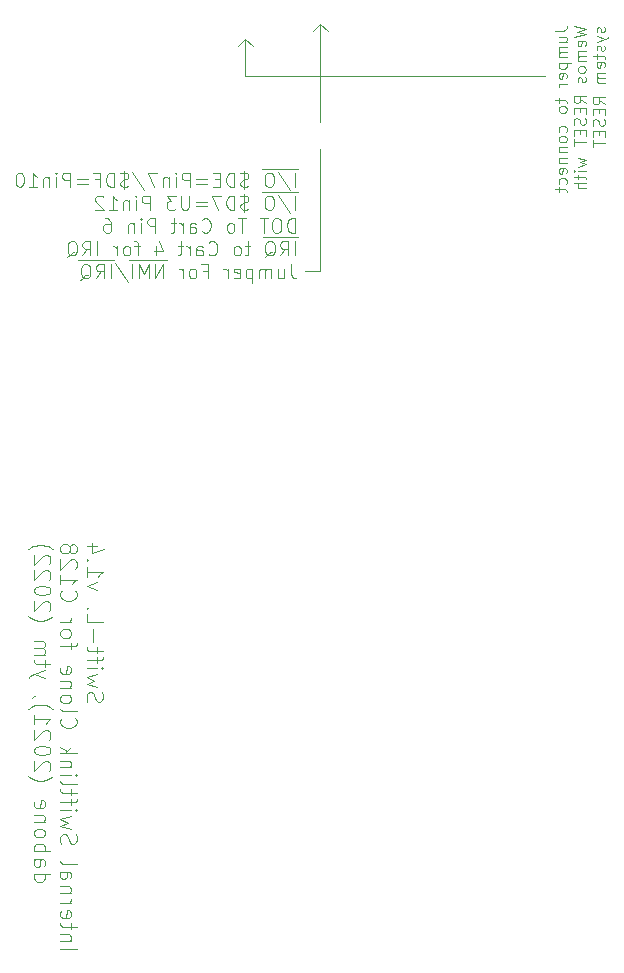
<source format=gbo>
G04 #@! TF.GenerationSoftware,KiCad,Pcbnew,(6.0.5)*
G04 #@! TF.CreationDate,2022-12-14T22:29:40+01:00*
G04 #@! TF.ProjectId,Link232-wifi,4c696e6b-3233-4322-9d77-6966692e6b69,rev?*
G04 #@! TF.SameCoordinates,Original*
G04 #@! TF.FileFunction,Legend,Bot*
G04 #@! TF.FilePolarity,Positive*
%FSLAX46Y46*%
G04 Gerber Fmt 4.6, Leading zero omitted, Abs format (unit mm)*
G04 Created by KiCad (PCBNEW (6.0.5)) date 2022-12-14 22:29:40*
%MOMM*%
%LPD*%
G01*
G04 APERTURE LIST*
G04 Aperture macros list*
%AMFreePoly0*
4,1,25,0.389919,0.742596,0.402042,0.732242,0.732242,0.402042,0.760749,0.346094,0.762000,0.330200,0.762000,-0.330200,0.742596,-0.389919,0.732242,-0.402042,0.402042,-0.732242,0.346094,-0.760749,0.330200,-0.762000,-0.330200,-0.762000,-0.389919,-0.742596,-0.402042,-0.732242,-0.732242,-0.402042,-0.760749,-0.346094,-0.762000,-0.330200,-0.762000,0.330200,-0.742596,0.389919,-0.732242,0.402042,
-0.402042,0.732242,-0.346094,0.760749,-0.330200,0.762000,0.330200,0.762000,0.389919,0.742596,0.389919,0.742596,$1*%
G04 Aperture macros list end*
%ADD10C,0.120000*%
%ADD11R,2.400000X1.600000*%
%ADD12O,2.400000X1.600000*%
%ADD13R,1.700000X1.700000*%
%ADD14O,1.700000X1.700000*%
%ADD15R,1.600000X2.400000*%
%ADD16O,1.600000X2.400000*%
%ADD17C,1.711200*%
%ADD18FreePoly0,90.000000*%
%ADD19C,1.500000*%
%ADD20C,1.600000*%
%ADD21O,1.600000X1.600000*%
%ADD22FreePoly0,270.000000*%
G04 APERTURE END LIST*
D10*
X149860000Y-67945000D02*
X149225000Y-67310000D01*
X148590000Y-67945000D02*
X149225000Y-67310000D01*
X149225000Y-67310000D02*
X148590000Y-67945000D01*
X143510000Y-69215000D02*
X142875000Y-68580000D01*
X142240000Y-69215000D02*
X142875000Y-68580000D01*
X142875000Y-68580000D02*
X142240000Y-69215000D01*
X149225000Y-88265000D02*
X149225000Y-67310000D01*
X147955000Y-88265000D02*
X149225000Y-88265000D01*
X142875000Y-71755000D02*
X142875000Y-68580000D01*
X168275000Y-71755000D02*
X142875000Y-71755000D01*
X169087380Y-67911809D02*
X169801666Y-67911809D01*
X169944523Y-67864190D01*
X170039761Y-67768952D01*
X170087380Y-67626095D01*
X170087380Y-67530857D01*
X169420714Y-68816571D02*
X170087380Y-68816571D01*
X169420714Y-68388000D02*
X169944523Y-68388000D01*
X170039761Y-68435619D01*
X170087380Y-68530857D01*
X170087380Y-68673714D01*
X170039761Y-68768952D01*
X169992142Y-68816571D01*
X170087380Y-69292761D02*
X169420714Y-69292761D01*
X169515952Y-69292761D02*
X169468333Y-69340380D01*
X169420714Y-69435619D01*
X169420714Y-69578476D01*
X169468333Y-69673714D01*
X169563571Y-69721333D01*
X170087380Y-69721333D01*
X169563571Y-69721333D02*
X169468333Y-69768952D01*
X169420714Y-69864190D01*
X169420714Y-70007047D01*
X169468333Y-70102285D01*
X169563571Y-70149904D01*
X170087380Y-70149904D01*
X169420714Y-70626095D02*
X170420714Y-70626095D01*
X169468333Y-70626095D02*
X169420714Y-70721333D01*
X169420714Y-70911809D01*
X169468333Y-71007047D01*
X169515952Y-71054666D01*
X169611190Y-71102285D01*
X169896904Y-71102285D01*
X169992142Y-71054666D01*
X170039761Y-71007047D01*
X170087380Y-70911809D01*
X170087380Y-70721333D01*
X170039761Y-70626095D01*
X170039761Y-71911809D02*
X170087380Y-71816571D01*
X170087380Y-71626095D01*
X170039761Y-71530857D01*
X169944523Y-71483238D01*
X169563571Y-71483238D01*
X169468333Y-71530857D01*
X169420714Y-71626095D01*
X169420714Y-71816571D01*
X169468333Y-71911809D01*
X169563571Y-71959428D01*
X169658809Y-71959428D01*
X169754047Y-71483238D01*
X170087380Y-72388000D02*
X169420714Y-72388000D01*
X169611190Y-72388000D02*
X169515952Y-72435619D01*
X169468333Y-72483238D01*
X169420714Y-72578476D01*
X169420714Y-72673714D01*
X169420714Y-73626095D02*
X169420714Y-74007047D01*
X169087380Y-73768952D02*
X169944523Y-73768952D01*
X170039761Y-73816571D01*
X170087380Y-73911809D01*
X170087380Y-74007047D01*
X170087380Y-74483238D02*
X170039761Y-74388000D01*
X169992142Y-74340380D01*
X169896904Y-74292761D01*
X169611190Y-74292761D01*
X169515952Y-74340380D01*
X169468333Y-74388000D01*
X169420714Y-74483238D01*
X169420714Y-74626095D01*
X169468333Y-74721333D01*
X169515952Y-74768952D01*
X169611190Y-74816571D01*
X169896904Y-74816571D01*
X169992142Y-74768952D01*
X170039761Y-74721333D01*
X170087380Y-74626095D01*
X170087380Y-74483238D01*
X170039761Y-76435619D02*
X170087380Y-76340380D01*
X170087380Y-76149904D01*
X170039761Y-76054666D01*
X169992142Y-76007047D01*
X169896904Y-75959428D01*
X169611190Y-75959428D01*
X169515952Y-76007047D01*
X169468333Y-76054666D01*
X169420714Y-76149904D01*
X169420714Y-76340380D01*
X169468333Y-76435619D01*
X170087380Y-77007047D02*
X170039761Y-76911809D01*
X169992142Y-76864190D01*
X169896904Y-76816571D01*
X169611190Y-76816571D01*
X169515952Y-76864190D01*
X169468333Y-76911809D01*
X169420714Y-77007047D01*
X169420714Y-77149904D01*
X169468333Y-77245142D01*
X169515952Y-77292761D01*
X169611190Y-77340380D01*
X169896904Y-77340380D01*
X169992142Y-77292761D01*
X170039761Y-77245142D01*
X170087380Y-77149904D01*
X170087380Y-77007047D01*
X169420714Y-77768952D02*
X170087380Y-77768952D01*
X169515952Y-77768952D02*
X169468333Y-77816571D01*
X169420714Y-77911809D01*
X169420714Y-78054666D01*
X169468333Y-78149904D01*
X169563571Y-78197523D01*
X170087380Y-78197523D01*
X169420714Y-78673714D02*
X170087380Y-78673714D01*
X169515952Y-78673714D02*
X169468333Y-78721333D01*
X169420714Y-78816571D01*
X169420714Y-78959428D01*
X169468333Y-79054666D01*
X169563571Y-79102285D01*
X170087380Y-79102285D01*
X170039761Y-79959428D02*
X170087380Y-79864190D01*
X170087380Y-79673714D01*
X170039761Y-79578476D01*
X169944523Y-79530857D01*
X169563571Y-79530857D01*
X169468333Y-79578476D01*
X169420714Y-79673714D01*
X169420714Y-79864190D01*
X169468333Y-79959428D01*
X169563571Y-80007047D01*
X169658809Y-80007047D01*
X169754047Y-79530857D01*
X170039761Y-80864190D02*
X170087380Y-80768952D01*
X170087380Y-80578476D01*
X170039761Y-80483238D01*
X169992142Y-80435619D01*
X169896904Y-80388000D01*
X169611190Y-80388000D01*
X169515952Y-80435619D01*
X169468333Y-80483238D01*
X169420714Y-80578476D01*
X169420714Y-80768952D01*
X169468333Y-80864190D01*
X169420714Y-81149904D02*
X169420714Y-81530857D01*
X169087380Y-81292761D02*
X169944523Y-81292761D01*
X170039761Y-81340380D01*
X170087380Y-81435619D01*
X170087380Y-81530857D01*
X170697380Y-67530857D02*
X171697380Y-67768952D01*
X170983095Y-67959428D01*
X171697380Y-68149904D01*
X170697380Y-68388000D01*
X171649761Y-69149904D02*
X171697380Y-69054666D01*
X171697380Y-68864190D01*
X171649761Y-68768952D01*
X171554523Y-68721333D01*
X171173571Y-68721333D01*
X171078333Y-68768952D01*
X171030714Y-68864190D01*
X171030714Y-69054666D01*
X171078333Y-69149904D01*
X171173571Y-69197523D01*
X171268809Y-69197523D01*
X171364047Y-68721333D01*
X171697380Y-69626095D02*
X171030714Y-69626095D01*
X171125952Y-69626095D02*
X171078333Y-69673714D01*
X171030714Y-69768952D01*
X171030714Y-69911809D01*
X171078333Y-70007047D01*
X171173571Y-70054666D01*
X171697380Y-70054666D01*
X171173571Y-70054666D02*
X171078333Y-70102285D01*
X171030714Y-70197523D01*
X171030714Y-70340380D01*
X171078333Y-70435619D01*
X171173571Y-70483238D01*
X171697380Y-70483238D01*
X171697380Y-71102285D02*
X171649761Y-71007047D01*
X171602142Y-70959428D01*
X171506904Y-70911809D01*
X171221190Y-70911809D01*
X171125952Y-70959428D01*
X171078333Y-71007047D01*
X171030714Y-71102285D01*
X171030714Y-71245142D01*
X171078333Y-71340380D01*
X171125952Y-71388000D01*
X171221190Y-71435619D01*
X171506904Y-71435619D01*
X171602142Y-71388000D01*
X171649761Y-71340380D01*
X171697380Y-71245142D01*
X171697380Y-71102285D01*
X171649761Y-71816571D02*
X171697380Y-71911809D01*
X171697380Y-72102285D01*
X171649761Y-72197523D01*
X171554523Y-72245142D01*
X171506904Y-72245142D01*
X171411666Y-72197523D01*
X171364047Y-72102285D01*
X171364047Y-71959428D01*
X171316428Y-71864190D01*
X171221190Y-71816571D01*
X171173571Y-71816571D01*
X171078333Y-71864190D01*
X171030714Y-71959428D01*
X171030714Y-72102285D01*
X171078333Y-72197523D01*
X171697380Y-74007047D02*
X171221190Y-73673714D01*
X171697380Y-73435619D02*
X170697380Y-73435619D01*
X170697380Y-73816571D01*
X170745000Y-73911809D01*
X170792619Y-73959428D01*
X170887857Y-74007047D01*
X171030714Y-74007047D01*
X171125952Y-73959428D01*
X171173571Y-73911809D01*
X171221190Y-73816571D01*
X171221190Y-73435619D01*
X171173571Y-74435619D02*
X171173571Y-74768952D01*
X171697380Y-74911809D02*
X171697380Y-74435619D01*
X170697380Y-74435619D01*
X170697380Y-74911809D01*
X171649761Y-75292761D02*
X171697380Y-75435619D01*
X171697380Y-75673714D01*
X171649761Y-75768952D01*
X171602142Y-75816571D01*
X171506904Y-75864190D01*
X171411666Y-75864190D01*
X171316428Y-75816571D01*
X171268809Y-75768952D01*
X171221190Y-75673714D01*
X171173571Y-75483238D01*
X171125952Y-75388000D01*
X171078333Y-75340380D01*
X170983095Y-75292761D01*
X170887857Y-75292761D01*
X170792619Y-75340380D01*
X170745000Y-75388000D01*
X170697380Y-75483238D01*
X170697380Y-75721333D01*
X170745000Y-75864190D01*
X171173571Y-76292761D02*
X171173571Y-76626095D01*
X171697380Y-76768952D02*
X171697380Y-76292761D01*
X170697380Y-76292761D01*
X170697380Y-76768952D01*
X170697380Y-77054666D02*
X170697380Y-77626095D01*
X171697380Y-77340380D02*
X170697380Y-77340380D01*
X171030714Y-78626095D02*
X171697380Y-78816571D01*
X171221190Y-79007047D01*
X171697380Y-79197523D01*
X171030714Y-79388000D01*
X171697380Y-79768952D02*
X171030714Y-79768952D01*
X170697380Y-79768952D02*
X170745000Y-79721333D01*
X170792619Y-79768952D01*
X170745000Y-79816571D01*
X170697380Y-79768952D01*
X170792619Y-79768952D01*
X171030714Y-80102285D02*
X171030714Y-80483238D01*
X170697380Y-80245142D02*
X171554523Y-80245142D01*
X171649761Y-80292761D01*
X171697380Y-80388000D01*
X171697380Y-80483238D01*
X171697380Y-80816571D02*
X170697380Y-80816571D01*
X171697380Y-81245142D02*
X171173571Y-81245142D01*
X171078333Y-81197523D01*
X171030714Y-81102285D01*
X171030714Y-80959428D01*
X171078333Y-80864190D01*
X171125952Y-80816571D01*
X173259761Y-67578476D02*
X173307380Y-67673714D01*
X173307380Y-67864190D01*
X173259761Y-67959428D01*
X173164523Y-68007047D01*
X173116904Y-68007047D01*
X173021666Y-67959428D01*
X172974047Y-67864190D01*
X172974047Y-67721333D01*
X172926428Y-67626095D01*
X172831190Y-67578476D01*
X172783571Y-67578476D01*
X172688333Y-67626095D01*
X172640714Y-67721333D01*
X172640714Y-67864190D01*
X172688333Y-67959428D01*
X172640714Y-68340380D02*
X173307380Y-68578476D01*
X172640714Y-68816571D02*
X173307380Y-68578476D01*
X173545476Y-68483238D01*
X173593095Y-68435619D01*
X173640714Y-68340380D01*
X173259761Y-69149904D02*
X173307380Y-69245142D01*
X173307380Y-69435619D01*
X173259761Y-69530857D01*
X173164523Y-69578476D01*
X173116904Y-69578476D01*
X173021666Y-69530857D01*
X172974047Y-69435619D01*
X172974047Y-69292761D01*
X172926428Y-69197523D01*
X172831190Y-69149904D01*
X172783571Y-69149904D01*
X172688333Y-69197523D01*
X172640714Y-69292761D01*
X172640714Y-69435619D01*
X172688333Y-69530857D01*
X172640714Y-69864190D02*
X172640714Y-70245142D01*
X172307380Y-70007047D02*
X173164523Y-70007047D01*
X173259761Y-70054666D01*
X173307380Y-70149904D01*
X173307380Y-70245142D01*
X173259761Y-70959428D02*
X173307380Y-70864190D01*
X173307380Y-70673714D01*
X173259761Y-70578476D01*
X173164523Y-70530857D01*
X172783571Y-70530857D01*
X172688333Y-70578476D01*
X172640714Y-70673714D01*
X172640714Y-70864190D01*
X172688333Y-70959428D01*
X172783571Y-71007047D01*
X172878809Y-71007047D01*
X172974047Y-70530857D01*
X173307380Y-71435619D02*
X172640714Y-71435619D01*
X172735952Y-71435619D02*
X172688333Y-71483238D01*
X172640714Y-71578476D01*
X172640714Y-71721333D01*
X172688333Y-71816571D01*
X172783571Y-71864190D01*
X173307380Y-71864190D01*
X172783571Y-71864190D02*
X172688333Y-71911809D01*
X172640714Y-72007047D01*
X172640714Y-72149904D01*
X172688333Y-72245142D01*
X172783571Y-72292761D01*
X173307380Y-72292761D01*
X173307380Y-74102285D02*
X172831190Y-73768952D01*
X173307380Y-73530857D02*
X172307380Y-73530857D01*
X172307380Y-73911809D01*
X172355000Y-74007047D01*
X172402619Y-74054666D01*
X172497857Y-74102285D01*
X172640714Y-74102285D01*
X172735952Y-74054666D01*
X172783571Y-74007047D01*
X172831190Y-73911809D01*
X172831190Y-73530857D01*
X172783571Y-74530857D02*
X172783571Y-74864190D01*
X173307380Y-75007047D02*
X173307380Y-74530857D01*
X172307380Y-74530857D01*
X172307380Y-75007047D01*
X173259761Y-75388000D02*
X173307380Y-75530857D01*
X173307380Y-75768952D01*
X173259761Y-75864190D01*
X173212142Y-75911809D01*
X173116904Y-75959428D01*
X173021666Y-75959428D01*
X172926428Y-75911809D01*
X172878809Y-75864190D01*
X172831190Y-75768952D01*
X172783571Y-75578476D01*
X172735952Y-75483238D01*
X172688333Y-75435619D01*
X172593095Y-75388000D01*
X172497857Y-75388000D01*
X172402619Y-75435619D01*
X172355000Y-75483238D01*
X172307380Y-75578476D01*
X172307380Y-75816571D01*
X172355000Y-75959428D01*
X172783571Y-76388000D02*
X172783571Y-76721333D01*
X173307380Y-76864190D02*
X173307380Y-76388000D01*
X172307380Y-76388000D01*
X172307380Y-76864190D01*
X172307380Y-77149904D02*
X172307380Y-77721333D01*
X173307380Y-77435619D02*
X172307380Y-77435619D01*
X147369000Y-79576000D02*
X146797571Y-79576000D01*
X147083285Y-81114857D02*
X147083285Y-79914857D01*
X146797571Y-79576000D02*
X145540428Y-79576000D01*
X145654714Y-79857714D02*
X146683285Y-81400571D01*
X145540428Y-79576000D02*
X144283285Y-79576000D01*
X145026142Y-79914857D02*
X144797571Y-79914857D01*
X144683285Y-79972000D01*
X144569000Y-80086285D01*
X144511857Y-80314857D01*
X144511857Y-80714857D01*
X144569000Y-80943428D01*
X144683285Y-81057714D01*
X144797571Y-81114857D01*
X145026142Y-81114857D01*
X145140428Y-81057714D01*
X145254714Y-80943428D01*
X145311857Y-80714857D01*
X145311857Y-80314857D01*
X145254714Y-80086285D01*
X145140428Y-79972000D01*
X145026142Y-79914857D01*
X143140428Y-81057714D02*
X142969000Y-81114857D01*
X142683285Y-81114857D01*
X142569000Y-81057714D01*
X142511857Y-81000571D01*
X142454714Y-80886285D01*
X142454714Y-80772000D01*
X142511857Y-80657714D01*
X142569000Y-80600571D01*
X142683285Y-80543428D01*
X142911857Y-80486285D01*
X143026142Y-80429142D01*
X143083285Y-80372000D01*
X143140428Y-80257714D01*
X143140428Y-80143428D01*
X143083285Y-80029142D01*
X143026142Y-79972000D01*
X142911857Y-79914857D01*
X142626142Y-79914857D01*
X142454714Y-79972000D01*
X142797571Y-79743428D02*
X142797571Y-81286285D01*
X141940428Y-81114857D02*
X141940428Y-79914857D01*
X141654714Y-79914857D01*
X141483285Y-79972000D01*
X141369000Y-80086285D01*
X141311857Y-80200571D01*
X141254714Y-80429142D01*
X141254714Y-80600571D01*
X141311857Y-80829142D01*
X141369000Y-80943428D01*
X141483285Y-81057714D01*
X141654714Y-81114857D01*
X141940428Y-81114857D01*
X140740428Y-80486285D02*
X140340428Y-80486285D01*
X140169000Y-81114857D02*
X140740428Y-81114857D01*
X140740428Y-79914857D01*
X140169000Y-79914857D01*
X139654714Y-80486285D02*
X138740428Y-80486285D01*
X138740428Y-80829142D02*
X139654714Y-80829142D01*
X138169000Y-81114857D02*
X138169000Y-79914857D01*
X137711857Y-79914857D01*
X137597571Y-79972000D01*
X137540428Y-80029142D01*
X137483285Y-80143428D01*
X137483285Y-80314857D01*
X137540428Y-80429142D01*
X137597571Y-80486285D01*
X137711857Y-80543428D01*
X138169000Y-80543428D01*
X136969000Y-81114857D02*
X136969000Y-80314857D01*
X136969000Y-79914857D02*
X137026142Y-79972000D01*
X136969000Y-80029142D01*
X136911857Y-79972000D01*
X136969000Y-79914857D01*
X136969000Y-80029142D01*
X136397571Y-80314857D02*
X136397571Y-81114857D01*
X136397571Y-80429142D02*
X136340428Y-80372000D01*
X136226142Y-80314857D01*
X136054714Y-80314857D01*
X135940428Y-80372000D01*
X135883285Y-80486285D01*
X135883285Y-81114857D01*
X135426142Y-79914857D02*
X134626142Y-79914857D01*
X135140428Y-81114857D01*
X133311857Y-79857714D02*
X134340428Y-81400571D01*
X132969000Y-81057714D02*
X132797571Y-81114857D01*
X132511857Y-81114857D01*
X132397571Y-81057714D01*
X132340428Y-81000571D01*
X132283285Y-80886285D01*
X132283285Y-80772000D01*
X132340428Y-80657714D01*
X132397571Y-80600571D01*
X132511857Y-80543428D01*
X132740428Y-80486285D01*
X132854714Y-80429142D01*
X132911857Y-80372000D01*
X132969000Y-80257714D01*
X132969000Y-80143428D01*
X132911857Y-80029142D01*
X132854714Y-79972000D01*
X132740428Y-79914857D01*
X132454714Y-79914857D01*
X132283285Y-79972000D01*
X132626142Y-79743428D02*
X132626142Y-81286285D01*
X131769000Y-81114857D02*
X131769000Y-79914857D01*
X131483285Y-79914857D01*
X131311857Y-79972000D01*
X131197571Y-80086285D01*
X131140428Y-80200571D01*
X131083285Y-80429142D01*
X131083285Y-80600571D01*
X131140428Y-80829142D01*
X131197571Y-80943428D01*
X131311857Y-81057714D01*
X131483285Y-81114857D01*
X131769000Y-81114857D01*
X130169000Y-80486285D02*
X130569000Y-80486285D01*
X130569000Y-81114857D02*
X130569000Y-79914857D01*
X129997571Y-79914857D01*
X129540428Y-80486285D02*
X128626142Y-80486285D01*
X128626142Y-80829142D02*
X129540428Y-80829142D01*
X128054714Y-81114857D02*
X128054714Y-79914857D01*
X127597571Y-79914857D01*
X127483285Y-79972000D01*
X127426142Y-80029142D01*
X127369000Y-80143428D01*
X127369000Y-80314857D01*
X127426142Y-80429142D01*
X127483285Y-80486285D01*
X127597571Y-80543428D01*
X128054714Y-80543428D01*
X126854714Y-81114857D02*
X126854714Y-80314857D01*
X126854714Y-79914857D02*
X126911857Y-79972000D01*
X126854714Y-80029142D01*
X126797571Y-79972000D01*
X126854714Y-79914857D01*
X126854714Y-80029142D01*
X126283285Y-80314857D02*
X126283285Y-81114857D01*
X126283285Y-80429142D02*
X126226142Y-80372000D01*
X126111857Y-80314857D01*
X125940428Y-80314857D01*
X125826142Y-80372000D01*
X125769000Y-80486285D01*
X125769000Y-81114857D01*
X124569000Y-81114857D02*
X125254714Y-81114857D01*
X124911857Y-81114857D02*
X124911857Y-79914857D01*
X125026142Y-80086285D01*
X125140428Y-80200571D01*
X125254714Y-80257714D01*
X123826142Y-79914857D02*
X123711857Y-79914857D01*
X123597571Y-79972000D01*
X123540428Y-80029142D01*
X123483285Y-80143428D01*
X123426142Y-80372000D01*
X123426142Y-80657714D01*
X123483285Y-80886285D01*
X123540428Y-81000571D01*
X123597571Y-81057714D01*
X123711857Y-81114857D01*
X123826142Y-81114857D01*
X123940428Y-81057714D01*
X123997571Y-81000571D01*
X124054714Y-80886285D01*
X124111857Y-80657714D01*
X124111857Y-80372000D01*
X124054714Y-80143428D01*
X123997571Y-80029142D01*
X123940428Y-79972000D01*
X123826142Y-79914857D01*
X147369000Y-81508000D02*
X146797571Y-81508000D01*
X147083285Y-83046857D02*
X147083285Y-81846857D01*
X146797571Y-81508000D02*
X145540428Y-81508000D01*
X145654714Y-81789714D02*
X146683285Y-83332571D01*
X145540428Y-81508000D02*
X144283285Y-81508000D01*
X145026142Y-81846857D02*
X144797571Y-81846857D01*
X144683285Y-81904000D01*
X144569000Y-82018285D01*
X144511857Y-82246857D01*
X144511857Y-82646857D01*
X144569000Y-82875428D01*
X144683285Y-82989714D01*
X144797571Y-83046857D01*
X145026142Y-83046857D01*
X145140428Y-82989714D01*
X145254714Y-82875428D01*
X145311857Y-82646857D01*
X145311857Y-82246857D01*
X145254714Y-82018285D01*
X145140428Y-81904000D01*
X145026142Y-81846857D01*
X143140428Y-82989714D02*
X142969000Y-83046857D01*
X142683285Y-83046857D01*
X142569000Y-82989714D01*
X142511857Y-82932571D01*
X142454714Y-82818285D01*
X142454714Y-82704000D01*
X142511857Y-82589714D01*
X142569000Y-82532571D01*
X142683285Y-82475428D01*
X142911857Y-82418285D01*
X143026142Y-82361142D01*
X143083285Y-82304000D01*
X143140428Y-82189714D01*
X143140428Y-82075428D01*
X143083285Y-81961142D01*
X143026142Y-81904000D01*
X142911857Y-81846857D01*
X142626142Y-81846857D01*
X142454714Y-81904000D01*
X142797571Y-81675428D02*
X142797571Y-83218285D01*
X141940428Y-83046857D02*
X141940428Y-81846857D01*
X141654714Y-81846857D01*
X141483285Y-81904000D01*
X141369000Y-82018285D01*
X141311857Y-82132571D01*
X141254714Y-82361142D01*
X141254714Y-82532571D01*
X141311857Y-82761142D01*
X141369000Y-82875428D01*
X141483285Y-82989714D01*
X141654714Y-83046857D01*
X141940428Y-83046857D01*
X140854714Y-81846857D02*
X140054714Y-81846857D01*
X140569000Y-83046857D01*
X139597571Y-82418285D02*
X138683285Y-82418285D01*
X138683285Y-82761142D02*
X139597571Y-82761142D01*
X138111857Y-81846857D02*
X138111857Y-82818285D01*
X138054714Y-82932571D01*
X137997571Y-82989714D01*
X137883285Y-83046857D01*
X137654714Y-83046857D01*
X137540428Y-82989714D01*
X137483285Y-82932571D01*
X137426142Y-82818285D01*
X137426142Y-81846857D01*
X136969000Y-81846857D02*
X136226142Y-81846857D01*
X136626142Y-82304000D01*
X136454714Y-82304000D01*
X136340428Y-82361142D01*
X136283285Y-82418285D01*
X136226142Y-82532571D01*
X136226142Y-82818285D01*
X136283285Y-82932571D01*
X136340428Y-82989714D01*
X136454714Y-83046857D01*
X136797571Y-83046857D01*
X136911857Y-82989714D01*
X136969000Y-82932571D01*
X134797571Y-83046857D02*
X134797571Y-81846857D01*
X134340428Y-81846857D01*
X134226142Y-81904000D01*
X134169000Y-81961142D01*
X134111857Y-82075428D01*
X134111857Y-82246857D01*
X134169000Y-82361142D01*
X134226142Y-82418285D01*
X134340428Y-82475428D01*
X134797571Y-82475428D01*
X133597571Y-83046857D02*
X133597571Y-82246857D01*
X133597571Y-81846857D02*
X133654714Y-81904000D01*
X133597571Y-81961142D01*
X133540428Y-81904000D01*
X133597571Y-81846857D01*
X133597571Y-81961142D01*
X133026142Y-82246857D02*
X133026142Y-83046857D01*
X133026142Y-82361142D02*
X132969000Y-82304000D01*
X132854714Y-82246857D01*
X132683285Y-82246857D01*
X132569000Y-82304000D01*
X132511857Y-82418285D01*
X132511857Y-83046857D01*
X131311857Y-83046857D02*
X131997571Y-83046857D01*
X131654714Y-83046857D02*
X131654714Y-81846857D01*
X131769000Y-82018285D01*
X131883285Y-82132571D01*
X131997571Y-82189714D01*
X130854714Y-81961142D02*
X130797571Y-81904000D01*
X130683285Y-81846857D01*
X130397571Y-81846857D01*
X130283285Y-81904000D01*
X130226142Y-81961142D01*
X130169000Y-82075428D01*
X130169000Y-82189714D01*
X130226142Y-82361142D01*
X130911857Y-83046857D01*
X130169000Y-83046857D01*
X147083285Y-84978857D02*
X147083285Y-83778857D01*
X146797571Y-83778857D01*
X146626142Y-83836000D01*
X146511857Y-83950285D01*
X146454714Y-84064571D01*
X146397571Y-84293142D01*
X146397571Y-84464571D01*
X146454714Y-84693142D01*
X146511857Y-84807428D01*
X146626142Y-84921714D01*
X146797571Y-84978857D01*
X147083285Y-84978857D01*
X145654714Y-83778857D02*
X145426142Y-83778857D01*
X145311857Y-83836000D01*
X145197571Y-83950285D01*
X145140428Y-84178857D01*
X145140428Y-84578857D01*
X145197571Y-84807428D01*
X145311857Y-84921714D01*
X145426142Y-84978857D01*
X145654714Y-84978857D01*
X145769000Y-84921714D01*
X145883285Y-84807428D01*
X145940428Y-84578857D01*
X145940428Y-84178857D01*
X145883285Y-83950285D01*
X145769000Y-83836000D01*
X145654714Y-83778857D01*
X144797571Y-83778857D02*
X144111857Y-83778857D01*
X144454714Y-84978857D02*
X144454714Y-83778857D01*
X142969000Y-83778857D02*
X142283285Y-83778857D01*
X142626142Y-84978857D02*
X142626142Y-83778857D01*
X141711857Y-84978857D02*
X141826142Y-84921714D01*
X141883285Y-84864571D01*
X141940428Y-84750285D01*
X141940428Y-84407428D01*
X141883285Y-84293142D01*
X141826142Y-84236000D01*
X141711857Y-84178857D01*
X141540428Y-84178857D01*
X141426142Y-84236000D01*
X141369000Y-84293142D01*
X141311857Y-84407428D01*
X141311857Y-84750285D01*
X141369000Y-84864571D01*
X141426142Y-84921714D01*
X141540428Y-84978857D01*
X141711857Y-84978857D01*
X139197571Y-84864571D02*
X139254714Y-84921714D01*
X139426142Y-84978857D01*
X139540428Y-84978857D01*
X139711857Y-84921714D01*
X139826142Y-84807428D01*
X139883285Y-84693142D01*
X139940428Y-84464571D01*
X139940428Y-84293142D01*
X139883285Y-84064571D01*
X139826142Y-83950285D01*
X139711857Y-83836000D01*
X139540428Y-83778857D01*
X139426142Y-83778857D01*
X139254714Y-83836000D01*
X139197571Y-83893142D01*
X138169000Y-84978857D02*
X138169000Y-84350285D01*
X138226142Y-84236000D01*
X138340428Y-84178857D01*
X138569000Y-84178857D01*
X138683285Y-84236000D01*
X138169000Y-84921714D02*
X138283285Y-84978857D01*
X138569000Y-84978857D01*
X138683285Y-84921714D01*
X138740428Y-84807428D01*
X138740428Y-84693142D01*
X138683285Y-84578857D01*
X138569000Y-84521714D01*
X138283285Y-84521714D01*
X138169000Y-84464571D01*
X137597571Y-84978857D02*
X137597571Y-84178857D01*
X137597571Y-84407428D02*
X137540428Y-84293142D01*
X137483285Y-84236000D01*
X137369000Y-84178857D01*
X137254714Y-84178857D01*
X137026142Y-84178857D02*
X136569000Y-84178857D01*
X136854714Y-83778857D02*
X136854714Y-84807428D01*
X136797571Y-84921714D01*
X136683285Y-84978857D01*
X136569000Y-84978857D01*
X135254714Y-84978857D02*
X135254714Y-83778857D01*
X134797571Y-83778857D01*
X134683285Y-83836000D01*
X134626142Y-83893142D01*
X134569000Y-84007428D01*
X134569000Y-84178857D01*
X134626142Y-84293142D01*
X134683285Y-84350285D01*
X134797571Y-84407428D01*
X135254714Y-84407428D01*
X134054714Y-84978857D02*
X134054714Y-84178857D01*
X134054714Y-83778857D02*
X134111857Y-83836000D01*
X134054714Y-83893142D01*
X133997571Y-83836000D01*
X134054714Y-83778857D01*
X134054714Y-83893142D01*
X133483285Y-84178857D02*
X133483285Y-84978857D01*
X133483285Y-84293142D02*
X133426142Y-84236000D01*
X133311857Y-84178857D01*
X133140428Y-84178857D01*
X133026142Y-84236000D01*
X132969000Y-84350285D01*
X132969000Y-84978857D01*
X130969000Y-83778857D02*
X131197571Y-83778857D01*
X131311857Y-83836000D01*
X131369000Y-83893142D01*
X131483285Y-84064571D01*
X131540428Y-84293142D01*
X131540428Y-84750285D01*
X131483285Y-84864571D01*
X131426142Y-84921714D01*
X131311857Y-84978857D01*
X131083285Y-84978857D01*
X130969000Y-84921714D01*
X130911857Y-84864571D01*
X130854714Y-84750285D01*
X130854714Y-84464571D01*
X130911857Y-84350285D01*
X130969000Y-84293142D01*
X131083285Y-84236000D01*
X131311857Y-84236000D01*
X131426142Y-84293142D01*
X131483285Y-84350285D01*
X131540428Y-84464571D01*
X147369000Y-85372000D02*
X146797571Y-85372000D01*
X147083285Y-86910857D02*
X147083285Y-85710857D01*
X146797571Y-85372000D02*
X145597571Y-85372000D01*
X145826142Y-86910857D02*
X146226142Y-86339428D01*
X146511857Y-86910857D02*
X146511857Y-85710857D01*
X146054714Y-85710857D01*
X145940428Y-85768000D01*
X145883285Y-85825142D01*
X145826142Y-85939428D01*
X145826142Y-86110857D01*
X145883285Y-86225142D01*
X145940428Y-86282285D01*
X146054714Y-86339428D01*
X146511857Y-86339428D01*
X145597571Y-85372000D02*
X144340428Y-85372000D01*
X144511857Y-87025142D02*
X144626142Y-86968000D01*
X144740428Y-86853714D01*
X144911857Y-86682285D01*
X145026142Y-86625142D01*
X145140428Y-86625142D01*
X145083285Y-86910857D02*
X145197571Y-86853714D01*
X145311857Y-86739428D01*
X145369000Y-86510857D01*
X145369000Y-86110857D01*
X145311857Y-85882285D01*
X145197571Y-85768000D01*
X145083285Y-85710857D01*
X144854714Y-85710857D01*
X144740428Y-85768000D01*
X144626142Y-85882285D01*
X144569000Y-86110857D01*
X144569000Y-86510857D01*
X144626142Y-86739428D01*
X144740428Y-86853714D01*
X144854714Y-86910857D01*
X145083285Y-86910857D01*
X143311857Y-86110857D02*
X142854714Y-86110857D01*
X143140428Y-85710857D02*
X143140428Y-86739428D01*
X143083285Y-86853714D01*
X142969000Y-86910857D01*
X142854714Y-86910857D01*
X142283285Y-86910857D02*
X142397571Y-86853714D01*
X142454714Y-86796571D01*
X142511857Y-86682285D01*
X142511857Y-86339428D01*
X142454714Y-86225142D01*
X142397571Y-86168000D01*
X142283285Y-86110857D01*
X142111857Y-86110857D01*
X141997571Y-86168000D01*
X141940428Y-86225142D01*
X141883285Y-86339428D01*
X141883285Y-86682285D01*
X141940428Y-86796571D01*
X141997571Y-86853714D01*
X142111857Y-86910857D01*
X142283285Y-86910857D01*
X139769000Y-86796571D02*
X139826142Y-86853714D01*
X139997571Y-86910857D01*
X140111857Y-86910857D01*
X140283285Y-86853714D01*
X140397571Y-86739428D01*
X140454714Y-86625142D01*
X140511857Y-86396571D01*
X140511857Y-86225142D01*
X140454714Y-85996571D01*
X140397571Y-85882285D01*
X140283285Y-85768000D01*
X140111857Y-85710857D01*
X139997571Y-85710857D01*
X139826142Y-85768000D01*
X139769000Y-85825142D01*
X138740428Y-86910857D02*
X138740428Y-86282285D01*
X138797571Y-86168000D01*
X138911857Y-86110857D01*
X139140428Y-86110857D01*
X139254714Y-86168000D01*
X138740428Y-86853714D02*
X138854714Y-86910857D01*
X139140428Y-86910857D01*
X139254714Y-86853714D01*
X139311857Y-86739428D01*
X139311857Y-86625142D01*
X139254714Y-86510857D01*
X139140428Y-86453714D01*
X138854714Y-86453714D01*
X138740428Y-86396571D01*
X138169000Y-86910857D02*
X138169000Y-86110857D01*
X138169000Y-86339428D02*
X138111857Y-86225142D01*
X138054714Y-86168000D01*
X137940428Y-86110857D01*
X137826142Y-86110857D01*
X137597571Y-86110857D02*
X137140428Y-86110857D01*
X137426142Y-85710857D02*
X137426142Y-86739428D01*
X137369000Y-86853714D01*
X137254714Y-86910857D01*
X137140428Y-86910857D01*
X135311857Y-86110857D02*
X135311857Y-86910857D01*
X135597571Y-85653714D02*
X135883285Y-86510857D01*
X135140428Y-86510857D01*
X133940428Y-86110857D02*
X133483285Y-86110857D01*
X133769000Y-86910857D02*
X133769000Y-85882285D01*
X133711857Y-85768000D01*
X133597571Y-85710857D01*
X133483285Y-85710857D01*
X132911857Y-86910857D02*
X133026142Y-86853714D01*
X133083285Y-86796571D01*
X133140428Y-86682285D01*
X133140428Y-86339428D01*
X133083285Y-86225142D01*
X133026142Y-86168000D01*
X132911857Y-86110857D01*
X132740428Y-86110857D01*
X132626142Y-86168000D01*
X132569000Y-86225142D01*
X132511857Y-86339428D01*
X132511857Y-86682285D01*
X132569000Y-86796571D01*
X132626142Y-86853714D01*
X132740428Y-86910857D01*
X132911857Y-86910857D01*
X131997571Y-86910857D02*
X131997571Y-86110857D01*
X131997571Y-86339428D02*
X131940428Y-86225142D01*
X131883285Y-86168000D01*
X131769000Y-86110857D01*
X131654714Y-86110857D01*
X130340428Y-86910857D02*
X130340428Y-85710857D01*
X129083285Y-86910857D02*
X129483285Y-86339428D01*
X129769000Y-86910857D02*
X129769000Y-85710857D01*
X129311857Y-85710857D01*
X129197571Y-85768000D01*
X129140428Y-85825142D01*
X129083285Y-85939428D01*
X129083285Y-86110857D01*
X129140428Y-86225142D01*
X129197571Y-86282285D01*
X129311857Y-86339428D01*
X129769000Y-86339428D01*
X127769000Y-87025142D02*
X127883285Y-86968000D01*
X127997571Y-86853714D01*
X128169000Y-86682285D01*
X128283285Y-86625142D01*
X128397571Y-86625142D01*
X128340428Y-86910857D02*
X128454714Y-86853714D01*
X128569000Y-86739428D01*
X128626142Y-86510857D01*
X128626142Y-86110857D01*
X128569000Y-85882285D01*
X128454714Y-85768000D01*
X128340428Y-85710857D01*
X128111857Y-85710857D01*
X127997571Y-85768000D01*
X127883285Y-85882285D01*
X127826142Y-86110857D01*
X127826142Y-86510857D01*
X127883285Y-86739428D01*
X127997571Y-86853714D01*
X128111857Y-86910857D01*
X128340428Y-86910857D01*
X146740428Y-87642857D02*
X146740428Y-88500000D01*
X146797571Y-88671428D01*
X146911857Y-88785714D01*
X147083285Y-88842857D01*
X147197571Y-88842857D01*
X145654714Y-88042857D02*
X145654714Y-88842857D01*
X146169000Y-88042857D02*
X146169000Y-88671428D01*
X146111857Y-88785714D01*
X145997571Y-88842857D01*
X145826142Y-88842857D01*
X145711857Y-88785714D01*
X145654714Y-88728571D01*
X145083285Y-88842857D02*
X145083285Y-88042857D01*
X145083285Y-88157142D02*
X145026142Y-88100000D01*
X144911857Y-88042857D01*
X144740428Y-88042857D01*
X144626142Y-88100000D01*
X144569000Y-88214285D01*
X144569000Y-88842857D01*
X144569000Y-88214285D02*
X144511857Y-88100000D01*
X144397571Y-88042857D01*
X144226142Y-88042857D01*
X144111857Y-88100000D01*
X144054714Y-88214285D01*
X144054714Y-88842857D01*
X143483285Y-88042857D02*
X143483285Y-89242857D01*
X143483285Y-88100000D02*
X143369000Y-88042857D01*
X143140428Y-88042857D01*
X143026142Y-88100000D01*
X142969000Y-88157142D01*
X142911857Y-88271428D01*
X142911857Y-88614285D01*
X142969000Y-88728571D01*
X143026142Y-88785714D01*
X143140428Y-88842857D01*
X143369000Y-88842857D01*
X143483285Y-88785714D01*
X141940428Y-88785714D02*
X142054714Y-88842857D01*
X142283285Y-88842857D01*
X142397571Y-88785714D01*
X142454714Y-88671428D01*
X142454714Y-88214285D01*
X142397571Y-88100000D01*
X142283285Y-88042857D01*
X142054714Y-88042857D01*
X141940428Y-88100000D01*
X141883285Y-88214285D01*
X141883285Y-88328571D01*
X142454714Y-88442857D01*
X141369000Y-88842857D02*
X141369000Y-88042857D01*
X141369000Y-88271428D02*
X141311857Y-88157142D01*
X141254714Y-88100000D01*
X141140428Y-88042857D01*
X141026142Y-88042857D01*
X139311857Y-88214285D02*
X139711857Y-88214285D01*
X139711857Y-88842857D02*
X139711857Y-87642857D01*
X139140428Y-87642857D01*
X138511857Y-88842857D02*
X138626142Y-88785714D01*
X138683285Y-88728571D01*
X138740428Y-88614285D01*
X138740428Y-88271428D01*
X138683285Y-88157142D01*
X138626142Y-88100000D01*
X138511857Y-88042857D01*
X138340428Y-88042857D01*
X138226142Y-88100000D01*
X138169000Y-88157142D01*
X138111857Y-88271428D01*
X138111857Y-88614285D01*
X138169000Y-88728571D01*
X138226142Y-88785714D01*
X138340428Y-88842857D01*
X138511857Y-88842857D01*
X137597571Y-88842857D02*
X137597571Y-88042857D01*
X137597571Y-88271428D02*
X137540428Y-88157142D01*
X137483285Y-88100000D01*
X137369000Y-88042857D01*
X137254714Y-88042857D01*
X136226142Y-87304000D02*
X134969000Y-87304000D01*
X135940428Y-88842857D02*
X135940428Y-87642857D01*
X135254714Y-88842857D01*
X135254714Y-87642857D01*
X134969000Y-87304000D02*
X133597571Y-87304000D01*
X134683285Y-88842857D02*
X134683285Y-87642857D01*
X134283285Y-88500000D01*
X133883285Y-87642857D01*
X133883285Y-88842857D01*
X133597571Y-87304000D02*
X133026142Y-87304000D01*
X133311857Y-88842857D02*
X133311857Y-87642857D01*
X131883285Y-87585714D02*
X132911857Y-89128571D01*
X131768999Y-87304000D02*
X131197571Y-87304000D01*
X131483285Y-88842857D02*
X131483285Y-87642857D01*
X131197571Y-87304000D02*
X129997571Y-87304000D01*
X130226142Y-88842857D02*
X130626142Y-88271428D01*
X130911857Y-88842857D02*
X130911857Y-87642857D01*
X130454714Y-87642857D01*
X130340428Y-87700000D01*
X130283285Y-87757142D01*
X130226142Y-87871428D01*
X130226142Y-88042857D01*
X130283285Y-88157142D01*
X130340428Y-88214285D01*
X130454714Y-88271428D01*
X130911857Y-88271428D01*
X129997571Y-87304000D02*
X128740428Y-87304000D01*
X128911857Y-88957142D02*
X129026142Y-88900000D01*
X129140428Y-88785714D01*
X129311857Y-88614285D01*
X129426142Y-88557142D01*
X129540428Y-88557142D01*
X129483285Y-88842857D02*
X129597571Y-88785714D01*
X129711857Y-88671428D01*
X129768999Y-88442857D01*
X129768999Y-88042857D01*
X129711857Y-87814285D01*
X129597571Y-87700000D01*
X129483285Y-87642857D01*
X129254714Y-87642857D01*
X129140428Y-87700000D01*
X129026142Y-87814285D01*
X128968999Y-88042857D01*
X128968999Y-88442857D01*
X129026142Y-88671428D01*
X129140428Y-88785714D01*
X129254714Y-88842857D01*
X129483285Y-88842857D01*
X129502528Y-124684457D02*
X129436814Y-124487314D01*
X129436814Y-124158742D01*
X129502528Y-124027314D01*
X129568242Y-123961600D01*
X129699671Y-123895885D01*
X129831100Y-123895885D01*
X129962528Y-123961600D01*
X130028242Y-124027314D01*
X130093957Y-124158742D01*
X130159671Y-124421600D01*
X130225385Y-124553028D01*
X130291100Y-124618742D01*
X130422528Y-124684457D01*
X130553957Y-124684457D01*
X130685385Y-124618742D01*
X130751100Y-124553028D01*
X130816814Y-124421600D01*
X130816814Y-124093028D01*
X130751100Y-123895885D01*
X130356814Y-123435885D02*
X129436814Y-123173028D01*
X130093957Y-122910171D01*
X129436814Y-122647314D01*
X130356814Y-122384457D01*
X129436814Y-121858742D02*
X130356814Y-121858742D01*
X130816814Y-121858742D02*
X130751100Y-121924457D01*
X130685385Y-121858742D01*
X130751100Y-121793028D01*
X130816814Y-121858742D01*
X130685385Y-121858742D01*
X130356814Y-121398742D02*
X130356814Y-120873028D01*
X129436814Y-121201600D02*
X130619671Y-121201600D01*
X130751100Y-121135885D01*
X130816814Y-121004457D01*
X130816814Y-120873028D01*
X130356814Y-120610171D02*
X130356814Y-120084457D01*
X130816814Y-120413028D02*
X129633957Y-120413028D01*
X129502528Y-120347314D01*
X129436814Y-120215885D01*
X129436814Y-120084457D01*
X129962528Y-119624457D02*
X129962528Y-118573028D01*
X129436814Y-117258742D02*
X129436814Y-117915885D01*
X130816814Y-117915885D01*
X129568242Y-116798742D02*
X129502528Y-116733028D01*
X129436814Y-116798742D01*
X129502528Y-116864457D01*
X129568242Y-116798742D01*
X129436814Y-116798742D01*
X130356814Y-115221600D02*
X129436814Y-114893028D01*
X130356814Y-114564457D01*
X129436814Y-113315885D02*
X129436814Y-114104457D01*
X129436814Y-113710171D02*
X130816814Y-113710171D01*
X130619671Y-113841600D01*
X130488242Y-113973028D01*
X130422528Y-114104457D01*
X129568242Y-112724457D02*
X129502528Y-112658742D01*
X129436814Y-112724457D01*
X129502528Y-112790171D01*
X129568242Y-112724457D01*
X129436814Y-112724457D01*
X130356814Y-111475885D02*
X129436814Y-111475885D01*
X130882528Y-111804457D02*
X129896814Y-112133028D01*
X129896814Y-111278742D01*
X127215014Y-145647314D02*
X128595014Y-145647314D01*
X128135014Y-144990171D02*
X127215014Y-144990171D01*
X128003585Y-144990171D02*
X128069300Y-144924457D01*
X128135014Y-144793028D01*
X128135014Y-144595885D01*
X128069300Y-144464457D01*
X127937871Y-144398742D01*
X127215014Y-144398742D01*
X128135014Y-143938742D02*
X128135014Y-143413028D01*
X128595014Y-143741600D02*
X127412157Y-143741600D01*
X127280728Y-143675885D01*
X127215014Y-143544457D01*
X127215014Y-143413028D01*
X127280728Y-142427314D02*
X127215014Y-142558742D01*
X127215014Y-142821600D01*
X127280728Y-142953028D01*
X127412157Y-143018742D01*
X127937871Y-143018742D01*
X128069300Y-142953028D01*
X128135014Y-142821600D01*
X128135014Y-142558742D01*
X128069300Y-142427314D01*
X127937871Y-142361600D01*
X127806442Y-142361600D01*
X127675014Y-143018742D01*
X127215014Y-141770171D02*
X128135014Y-141770171D01*
X127872157Y-141770171D02*
X128003585Y-141704457D01*
X128069300Y-141638742D01*
X128135014Y-141507314D01*
X128135014Y-141375885D01*
X128135014Y-140915885D02*
X127215014Y-140915885D01*
X128003585Y-140915885D02*
X128069300Y-140850171D01*
X128135014Y-140718742D01*
X128135014Y-140521600D01*
X128069300Y-140390171D01*
X127937871Y-140324457D01*
X127215014Y-140324457D01*
X127215014Y-139075885D02*
X127937871Y-139075885D01*
X128069300Y-139141600D01*
X128135014Y-139273028D01*
X128135014Y-139535885D01*
X128069300Y-139667314D01*
X127280728Y-139075885D02*
X127215014Y-139207314D01*
X127215014Y-139535885D01*
X127280728Y-139667314D01*
X127412157Y-139733028D01*
X127543585Y-139733028D01*
X127675014Y-139667314D01*
X127740728Y-139535885D01*
X127740728Y-139207314D01*
X127806442Y-139075885D01*
X127215014Y-138221600D02*
X127280728Y-138353028D01*
X127412157Y-138418742D01*
X128595014Y-138418742D01*
X127280728Y-136710171D02*
X127215014Y-136513028D01*
X127215014Y-136184457D01*
X127280728Y-136053028D01*
X127346442Y-135987314D01*
X127477871Y-135921600D01*
X127609300Y-135921600D01*
X127740728Y-135987314D01*
X127806442Y-136053028D01*
X127872157Y-136184457D01*
X127937871Y-136447314D01*
X128003585Y-136578742D01*
X128069300Y-136644457D01*
X128200728Y-136710171D01*
X128332157Y-136710171D01*
X128463585Y-136644457D01*
X128529300Y-136578742D01*
X128595014Y-136447314D01*
X128595014Y-136118742D01*
X128529300Y-135921600D01*
X128135014Y-135461600D02*
X127215014Y-135198742D01*
X127872157Y-134935885D01*
X127215014Y-134673028D01*
X128135014Y-134410171D01*
X127215014Y-133884457D02*
X128135014Y-133884457D01*
X128595014Y-133884457D02*
X128529300Y-133950171D01*
X128463585Y-133884457D01*
X128529300Y-133818742D01*
X128595014Y-133884457D01*
X128463585Y-133884457D01*
X128135014Y-133424457D02*
X128135014Y-132898742D01*
X127215014Y-133227314D02*
X128397871Y-133227314D01*
X128529300Y-133161600D01*
X128595014Y-133030171D01*
X128595014Y-132898742D01*
X128135014Y-132635885D02*
X128135014Y-132110171D01*
X128595014Y-132438742D02*
X127412157Y-132438742D01*
X127280728Y-132373028D01*
X127215014Y-132241600D01*
X127215014Y-132110171D01*
X127215014Y-131453028D02*
X127280728Y-131584457D01*
X127412157Y-131650171D01*
X128595014Y-131650171D01*
X127215014Y-130927314D02*
X128135014Y-130927314D01*
X128595014Y-130927314D02*
X128529300Y-130993028D01*
X128463585Y-130927314D01*
X128529300Y-130861600D01*
X128595014Y-130927314D01*
X128463585Y-130927314D01*
X128135014Y-130270171D02*
X127215014Y-130270171D01*
X128003585Y-130270171D02*
X128069300Y-130204457D01*
X128135014Y-130073028D01*
X128135014Y-129875885D01*
X128069300Y-129744457D01*
X127937871Y-129678742D01*
X127215014Y-129678742D01*
X127215014Y-129021600D02*
X128595014Y-129021600D01*
X127740728Y-128890171D02*
X127215014Y-128495885D01*
X128135014Y-128495885D02*
X127609300Y-129021600D01*
X127346442Y-126064457D02*
X127280728Y-126130171D01*
X127215014Y-126327314D01*
X127215014Y-126458742D01*
X127280728Y-126655885D01*
X127412157Y-126787314D01*
X127543585Y-126853028D01*
X127806442Y-126918742D01*
X128003585Y-126918742D01*
X128266442Y-126853028D01*
X128397871Y-126787314D01*
X128529300Y-126655885D01*
X128595014Y-126458742D01*
X128595014Y-126327314D01*
X128529300Y-126130171D01*
X128463585Y-126064457D01*
X127215014Y-125275885D02*
X127280728Y-125407314D01*
X127412157Y-125473028D01*
X128595014Y-125473028D01*
X127215014Y-124553028D02*
X127280728Y-124684457D01*
X127346442Y-124750171D01*
X127477871Y-124815885D01*
X127872157Y-124815885D01*
X128003585Y-124750171D01*
X128069300Y-124684457D01*
X128135014Y-124553028D01*
X128135014Y-124355885D01*
X128069300Y-124224457D01*
X128003585Y-124158742D01*
X127872157Y-124093028D01*
X127477871Y-124093028D01*
X127346442Y-124158742D01*
X127280728Y-124224457D01*
X127215014Y-124355885D01*
X127215014Y-124553028D01*
X128135014Y-123501600D02*
X127215014Y-123501600D01*
X128003585Y-123501600D02*
X128069300Y-123435885D01*
X128135014Y-123304457D01*
X128135014Y-123107314D01*
X128069300Y-122975885D01*
X127937871Y-122910171D01*
X127215014Y-122910171D01*
X127280728Y-121727314D02*
X127215014Y-121858742D01*
X127215014Y-122121600D01*
X127280728Y-122253028D01*
X127412157Y-122318742D01*
X127937871Y-122318742D01*
X128069300Y-122253028D01*
X128135014Y-122121600D01*
X128135014Y-121858742D01*
X128069300Y-121727314D01*
X127937871Y-121661600D01*
X127806442Y-121661600D01*
X127675014Y-122318742D01*
X128135014Y-120215885D02*
X128135014Y-119690171D01*
X127215014Y-120018742D02*
X128397871Y-120018742D01*
X128529300Y-119953028D01*
X128595014Y-119821600D01*
X128595014Y-119690171D01*
X127215014Y-119033028D02*
X127280728Y-119164457D01*
X127346442Y-119230171D01*
X127477871Y-119295885D01*
X127872157Y-119295885D01*
X128003585Y-119230171D01*
X128069300Y-119164457D01*
X128135014Y-119033028D01*
X128135014Y-118835885D01*
X128069300Y-118704457D01*
X128003585Y-118638742D01*
X127872157Y-118573028D01*
X127477871Y-118573028D01*
X127346442Y-118638742D01*
X127280728Y-118704457D01*
X127215014Y-118835885D01*
X127215014Y-119033028D01*
X127215014Y-117981600D02*
X128135014Y-117981600D01*
X127872157Y-117981600D02*
X128003585Y-117915885D01*
X128069300Y-117850171D01*
X128135014Y-117718742D01*
X128135014Y-117587314D01*
X127346442Y-115287314D02*
X127280728Y-115353028D01*
X127215014Y-115550171D01*
X127215014Y-115681600D01*
X127280728Y-115878742D01*
X127412157Y-116010171D01*
X127543585Y-116075885D01*
X127806442Y-116141600D01*
X128003585Y-116141600D01*
X128266442Y-116075885D01*
X128397871Y-116010171D01*
X128529300Y-115878742D01*
X128595014Y-115681600D01*
X128595014Y-115550171D01*
X128529300Y-115353028D01*
X128463585Y-115287314D01*
X127215014Y-113973028D02*
X127215014Y-114761600D01*
X127215014Y-114367314D02*
X128595014Y-114367314D01*
X128397871Y-114498742D01*
X128266442Y-114630171D01*
X128200728Y-114761600D01*
X128463585Y-113447314D02*
X128529300Y-113381600D01*
X128595014Y-113250171D01*
X128595014Y-112921600D01*
X128529300Y-112790171D01*
X128463585Y-112724457D01*
X128332157Y-112658742D01*
X128200728Y-112658742D01*
X128003585Y-112724457D01*
X127215014Y-113513028D01*
X127215014Y-112658742D01*
X128003585Y-111870171D02*
X128069300Y-112001600D01*
X128135014Y-112067314D01*
X128266442Y-112133028D01*
X128332157Y-112133028D01*
X128463585Y-112067314D01*
X128529300Y-112001600D01*
X128595014Y-111870171D01*
X128595014Y-111607314D01*
X128529300Y-111475885D01*
X128463585Y-111410171D01*
X128332157Y-111344457D01*
X128266442Y-111344457D01*
X128135014Y-111410171D01*
X128069300Y-111475885D01*
X128003585Y-111607314D01*
X128003585Y-111870171D01*
X127937871Y-112001600D01*
X127872157Y-112067314D01*
X127740728Y-112133028D01*
X127477871Y-112133028D01*
X127346442Y-112067314D01*
X127280728Y-112001600D01*
X127215014Y-111870171D01*
X127215014Y-111607314D01*
X127280728Y-111475885D01*
X127346442Y-111410171D01*
X127477871Y-111344457D01*
X127740728Y-111344457D01*
X127872157Y-111410171D01*
X127937871Y-111475885D01*
X128003585Y-111607314D01*
X124993214Y-139273028D02*
X126373214Y-139273028D01*
X125058928Y-139273028D02*
X124993214Y-139404457D01*
X124993214Y-139667314D01*
X125058928Y-139798742D01*
X125124642Y-139864457D01*
X125256071Y-139930171D01*
X125650357Y-139930171D01*
X125781785Y-139864457D01*
X125847500Y-139798742D01*
X125913214Y-139667314D01*
X125913214Y-139404457D01*
X125847500Y-139273028D01*
X124993214Y-138024457D02*
X125716071Y-138024457D01*
X125847500Y-138090171D01*
X125913214Y-138221600D01*
X125913214Y-138484457D01*
X125847500Y-138615885D01*
X125058928Y-138024457D02*
X124993214Y-138155885D01*
X124993214Y-138484457D01*
X125058928Y-138615885D01*
X125190357Y-138681600D01*
X125321785Y-138681600D01*
X125453214Y-138615885D01*
X125518928Y-138484457D01*
X125518928Y-138155885D01*
X125584642Y-138024457D01*
X124993214Y-137367314D02*
X126373214Y-137367314D01*
X125847500Y-137367314D02*
X125913214Y-137235885D01*
X125913214Y-136973028D01*
X125847500Y-136841600D01*
X125781785Y-136775885D01*
X125650357Y-136710171D01*
X125256071Y-136710171D01*
X125124642Y-136775885D01*
X125058928Y-136841600D01*
X124993214Y-136973028D01*
X124993214Y-137235885D01*
X125058928Y-137367314D01*
X124993214Y-135921600D02*
X125058928Y-136053028D01*
X125124642Y-136118742D01*
X125256071Y-136184457D01*
X125650357Y-136184457D01*
X125781785Y-136118742D01*
X125847500Y-136053028D01*
X125913214Y-135921600D01*
X125913214Y-135724457D01*
X125847500Y-135593028D01*
X125781785Y-135527314D01*
X125650357Y-135461600D01*
X125256071Y-135461600D01*
X125124642Y-135527314D01*
X125058928Y-135593028D01*
X124993214Y-135724457D01*
X124993214Y-135921600D01*
X125913214Y-134870171D02*
X124993214Y-134870171D01*
X125781785Y-134870171D02*
X125847500Y-134804457D01*
X125913214Y-134673028D01*
X125913214Y-134475885D01*
X125847500Y-134344457D01*
X125716071Y-134278742D01*
X124993214Y-134278742D01*
X125058928Y-133095885D02*
X124993214Y-133227314D01*
X124993214Y-133490171D01*
X125058928Y-133621600D01*
X125190357Y-133687314D01*
X125716071Y-133687314D01*
X125847500Y-133621600D01*
X125913214Y-133490171D01*
X125913214Y-133227314D01*
X125847500Y-133095885D01*
X125716071Y-133030171D01*
X125584642Y-133030171D01*
X125453214Y-133687314D01*
X124467500Y-130993028D02*
X124533214Y-131058742D01*
X124730357Y-131190171D01*
X124861785Y-131255885D01*
X125058928Y-131321600D01*
X125387500Y-131387314D01*
X125650357Y-131387314D01*
X125978928Y-131321600D01*
X126176071Y-131255885D01*
X126307500Y-131190171D01*
X126504642Y-131058742D01*
X126570357Y-130993028D01*
X126241785Y-130533028D02*
X126307500Y-130467314D01*
X126373214Y-130335885D01*
X126373214Y-130007314D01*
X126307500Y-129875885D01*
X126241785Y-129810171D01*
X126110357Y-129744457D01*
X125978928Y-129744457D01*
X125781785Y-129810171D01*
X124993214Y-130598742D01*
X124993214Y-129744457D01*
X126373214Y-128890171D02*
X126373214Y-128758742D01*
X126307500Y-128627314D01*
X126241785Y-128561600D01*
X126110357Y-128495885D01*
X125847500Y-128430171D01*
X125518928Y-128430171D01*
X125256071Y-128495885D01*
X125124642Y-128561600D01*
X125058928Y-128627314D01*
X124993214Y-128758742D01*
X124993214Y-128890171D01*
X125058928Y-129021600D01*
X125124642Y-129087314D01*
X125256071Y-129153028D01*
X125518928Y-129218742D01*
X125847500Y-129218742D01*
X126110357Y-129153028D01*
X126241785Y-129087314D01*
X126307500Y-129021600D01*
X126373214Y-128890171D01*
X126241785Y-127904457D02*
X126307500Y-127838742D01*
X126373214Y-127707314D01*
X126373214Y-127378742D01*
X126307500Y-127247314D01*
X126241785Y-127181600D01*
X126110357Y-127115885D01*
X125978928Y-127115885D01*
X125781785Y-127181600D01*
X124993214Y-127970171D01*
X124993214Y-127115885D01*
X124993214Y-125801600D02*
X124993214Y-126590171D01*
X124993214Y-126195885D02*
X126373214Y-126195885D01*
X126176071Y-126327314D01*
X126044642Y-126458742D01*
X125978928Y-126590171D01*
X124467500Y-125341600D02*
X124533214Y-125275885D01*
X124730357Y-125144457D01*
X124861785Y-125078742D01*
X125058928Y-125013028D01*
X125387500Y-124947314D01*
X125650357Y-124947314D01*
X125978928Y-125013028D01*
X126176071Y-125078742D01*
X126307500Y-125144457D01*
X126504642Y-125275885D01*
X126570357Y-125341600D01*
X125058928Y-124224457D02*
X124993214Y-124224457D01*
X124861785Y-124290171D01*
X124796071Y-124355885D01*
X125913214Y-122713028D02*
X124993214Y-122384457D01*
X125913214Y-122055885D02*
X124993214Y-122384457D01*
X124664642Y-122515885D01*
X124598928Y-122581600D01*
X124533214Y-122713028D01*
X125913214Y-121727314D02*
X125913214Y-121201600D01*
X126373214Y-121530171D02*
X125190357Y-121530171D01*
X125058928Y-121464457D01*
X124993214Y-121333028D01*
X124993214Y-121201600D01*
X124993214Y-120741600D02*
X125913214Y-120741600D01*
X125781785Y-120741600D02*
X125847500Y-120675885D01*
X125913214Y-120544457D01*
X125913214Y-120347314D01*
X125847500Y-120215885D01*
X125716071Y-120150171D01*
X124993214Y-120150171D01*
X125716071Y-120150171D02*
X125847500Y-120084457D01*
X125913214Y-119953028D01*
X125913214Y-119755885D01*
X125847500Y-119624457D01*
X125716071Y-119558742D01*
X124993214Y-119558742D01*
X124467500Y-117455885D02*
X124533214Y-117521600D01*
X124730357Y-117653028D01*
X124861785Y-117718742D01*
X125058928Y-117784457D01*
X125387500Y-117850171D01*
X125650357Y-117850171D01*
X125978928Y-117784457D01*
X126176071Y-117718742D01*
X126307500Y-117653028D01*
X126504642Y-117521600D01*
X126570357Y-117455885D01*
X126241785Y-116995885D02*
X126307500Y-116930171D01*
X126373214Y-116798742D01*
X126373214Y-116470171D01*
X126307500Y-116338742D01*
X126241785Y-116273028D01*
X126110357Y-116207314D01*
X125978928Y-116207314D01*
X125781785Y-116273028D01*
X124993214Y-117061600D01*
X124993214Y-116207314D01*
X126373214Y-115353028D02*
X126373214Y-115221600D01*
X126307500Y-115090171D01*
X126241785Y-115024457D01*
X126110357Y-114958742D01*
X125847500Y-114893028D01*
X125518928Y-114893028D01*
X125256071Y-114958742D01*
X125124642Y-115024457D01*
X125058928Y-115090171D01*
X124993214Y-115221600D01*
X124993214Y-115353028D01*
X125058928Y-115484457D01*
X125124642Y-115550171D01*
X125256071Y-115615885D01*
X125518928Y-115681600D01*
X125847500Y-115681600D01*
X126110357Y-115615885D01*
X126241785Y-115550171D01*
X126307500Y-115484457D01*
X126373214Y-115353028D01*
X126241785Y-114367314D02*
X126307500Y-114301600D01*
X126373214Y-114170171D01*
X126373214Y-113841600D01*
X126307500Y-113710171D01*
X126241785Y-113644457D01*
X126110357Y-113578742D01*
X125978928Y-113578742D01*
X125781785Y-113644457D01*
X124993214Y-114433028D01*
X124993214Y-113578742D01*
X126241785Y-113053028D02*
X126307500Y-112987314D01*
X126373214Y-112855885D01*
X126373214Y-112527314D01*
X126307500Y-112395885D01*
X126241785Y-112330171D01*
X126110357Y-112264457D01*
X125978928Y-112264457D01*
X125781785Y-112330171D01*
X124993214Y-113118742D01*
X124993214Y-112264457D01*
X124467500Y-111804457D02*
X124533214Y-111738742D01*
X124730357Y-111607314D01*
X124861785Y-111541600D01*
X125058928Y-111475885D01*
X125387500Y-111410171D01*
X125650357Y-111410171D01*
X125978928Y-111475885D01*
X126176071Y-111541600D01*
X126307500Y-111607314D01*
X126504642Y-111738742D01*
X126570357Y-111804457D01*
%LPC*%
D11*
X133223000Y-146177000D03*
D12*
X133223000Y-143637000D03*
X133223000Y-141097000D03*
X133223000Y-138557000D03*
X133223000Y-136017000D03*
X133223000Y-133477000D03*
X133223000Y-130937000D03*
X133223000Y-128397000D03*
X133223000Y-125857000D03*
X133223000Y-123317000D03*
X133223000Y-120777000D03*
X133223000Y-118237000D03*
X133223000Y-115697000D03*
X133223000Y-113157000D03*
X133223000Y-110617000D03*
X133223000Y-108077000D03*
X133223000Y-105537000D03*
X133223000Y-102997000D03*
X133223000Y-100457000D03*
X133223000Y-97917000D03*
X117983000Y-97917000D03*
X117983000Y-100457000D03*
X117983000Y-102997000D03*
X117983000Y-105537000D03*
X117983000Y-108077000D03*
X117983000Y-110617000D03*
X117983000Y-113157000D03*
X117983000Y-115697000D03*
X117983000Y-118237000D03*
X117983000Y-120777000D03*
X117983000Y-123317000D03*
X117983000Y-125857000D03*
X117983000Y-128397000D03*
X117983000Y-130937000D03*
X117983000Y-133477000D03*
X117983000Y-136017000D03*
X117983000Y-138557000D03*
X117983000Y-141097000D03*
X117983000Y-143637000D03*
X117983000Y-146177000D03*
D13*
X146700000Y-63500000D03*
D14*
X149240000Y-63500000D03*
X151780000Y-63500000D03*
D15*
X122550000Y-71120000D03*
D16*
X125090000Y-71120000D03*
X127630000Y-71120000D03*
X130170000Y-71120000D03*
X132710000Y-71120000D03*
X135250000Y-71120000D03*
X137790000Y-71120000D03*
X137790000Y-63500000D03*
X135250000Y-63500000D03*
X132710000Y-63500000D03*
X130170000Y-63500000D03*
X127630000Y-63500000D03*
X125090000Y-63500000D03*
X122550000Y-63500000D03*
D15*
X118364000Y-92080000D03*
D16*
X120904000Y-92080000D03*
X123444000Y-92080000D03*
X125984000Y-92080000D03*
X128524000Y-92080000D03*
X131064000Y-92080000D03*
X133604000Y-92080000D03*
X136144000Y-92080000D03*
X138684000Y-92080000D03*
X141224000Y-92080000D03*
X143764000Y-92080000D03*
X146304000Y-92080000D03*
X148844000Y-92080000D03*
X151384000Y-92080000D03*
X151384000Y-76840000D03*
X148844000Y-76840000D03*
X146304000Y-76840000D03*
X143764000Y-76840000D03*
X141224000Y-76840000D03*
X138684000Y-76840000D03*
X136144000Y-76840000D03*
X133604000Y-76840000D03*
X131064000Y-76840000D03*
X128524000Y-76840000D03*
X125984000Y-76840000D03*
X123444000Y-76840000D03*
X120904000Y-76840000D03*
X118364000Y-76840000D03*
D11*
X136144000Y-146177000D03*
D12*
X136144000Y-143637000D03*
X136144000Y-141097000D03*
X136144000Y-138557000D03*
X136144000Y-136017000D03*
X136144000Y-133477000D03*
X136144000Y-130937000D03*
X136144000Y-128397000D03*
X136144000Y-125857000D03*
X136144000Y-123317000D03*
X136144000Y-120777000D03*
X136144000Y-118237000D03*
X136144000Y-115697000D03*
X136144000Y-113157000D03*
X136144000Y-110617000D03*
X136144000Y-108077000D03*
X136144000Y-105537000D03*
X136144000Y-102997000D03*
X136144000Y-100457000D03*
X136144000Y-97917000D03*
X120904000Y-97917000D03*
X120904000Y-100457000D03*
X120904000Y-102997000D03*
X120904000Y-105537000D03*
X120904000Y-108077000D03*
X120904000Y-110617000D03*
X120904000Y-113157000D03*
X120904000Y-115697000D03*
X120904000Y-118237000D03*
X120904000Y-120777000D03*
X120904000Y-123317000D03*
X120904000Y-125857000D03*
X120904000Y-128397000D03*
X120904000Y-130937000D03*
X120904000Y-133477000D03*
X120904000Y-136017000D03*
X120904000Y-138557000D03*
X120904000Y-141097000D03*
X120904000Y-143637000D03*
X120904000Y-146177000D03*
D17*
X160655000Y-67564000D03*
X160655000Y-70104000D03*
X160655000Y-72644000D03*
X160655000Y-75184000D03*
X160655000Y-77724000D03*
X160655000Y-80264000D03*
X160655000Y-82804000D03*
X160655000Y-85344000D03*
X183515000Y-67564000D03*
X183515000Y-70104000D03*
X183515000Y-72644000D03*
X183515000Y-75184000D03*
X183515000Y-77724000D03*
X183515000Y-80264000D03*
X183515000Y-82804000D03*
X183515000Y-85344000D03*
D18*
X151130000Y-73025000D03*
X151130000Y-67945000D03*
D19*
X155829000Y-80481000D03*
X155829000Y-85361000D03*
D13*
X142875000Y-66045000D03*
D14*
X142875000Y-63505000D03*
D20*
X155575000Y-74930000D03*
D21*
X155575000Y-64770000D03*
D22*
X118110000Y-63500000D03*
X118110000Y-68580000D03*
D13*
X168925000Y-100965000D03*
D14*
X171465000Y-100965000D03*
X174005000Y-100965000D03*
D13*
X146055000Y-102875000D03*
D14*
X146055000Y-100335000D03*
X148595000Y-102875000D03*
X148595000Y-100335000D03*
X151135000Y-102875000D03*
X151135000Y-100335000D03*
X153675000Y-102875000D03*
X153675000Y-100335000D03*
X156215000Y-102875000D03*
X156215000Y-100335000D03*
M02*

</source>
